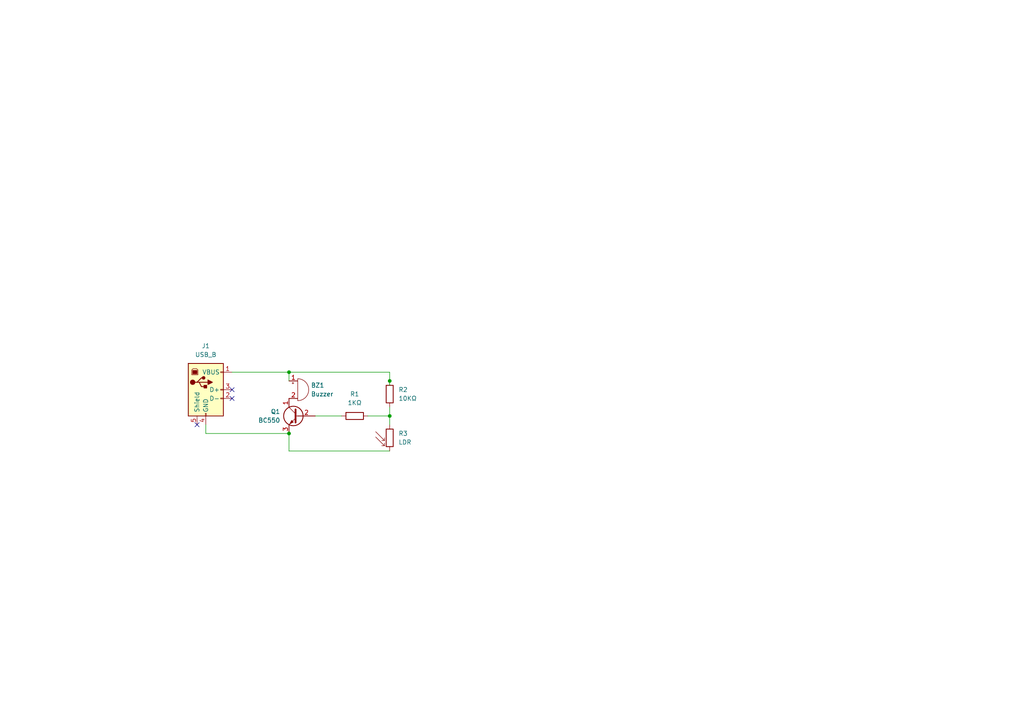
<source format=kicad_sch>
(kicad_sch (version 20211123) (generator eeschema)
  (paper "A4")
  (lib_symbols
    (symbol "Connector:USB_B" (pin_names (offset 1.016))
      (property "Reference" "J" (at -5.08 11.43 0))
      (property "Value" "USB_B" (at -5.08 8.89 0))
      (symbol "USB_B_0_1"
        (rectangle (start -5.08 -7.62) (end 5.08 7.62) (stroke (width 0.254)) (fill (type background)))
        (circle (center -3.81 2.159) (radius 0.635) (stroke (width 0.254)) (fill (type outline)))
        (rectangle (start -3.81 5.588) (end -2.54 4.572) (fill (type outline)))
        (circle (center -0.635 3.429) (radius 0.381) (stroke (width 0.254)) (fill (type outline)))
        (rectangle (start -0.127 -7.62) (end 0.127 -6.858))
        (polyline (pts (xy -1.905 2.159) (xy 0.635 2.159)) (stroke (width 0.254)))
        (polyline (pts (xy -3.175 2.159) (xy -2.54 2.159) (xy -1.27 3.429) (xy -0.635 3.429)) (stroke (width 0.254)))
        (polyline (pts (xy -2.54 2.159) (xy -1.905 2.159) (xy -1.27 0.889) (xy 0 0.889)) (stroke (width 0.254)))
        (polyline (pts (xy 0.635 2.794) (xy 0.635 1.524) (xy 1.905 2.159) (xy 0.635 2.794)) (stroke (width 0.254)) (fill (type outline)))
        (polyline (pts (xy -4.064 4.318) (xy -2.286 4.318) (xy -2.286 5.715) (xy -2.667 6.096) (xy -3.683 6.096) (xy -4.064 5.715) (xy -4.064 4.318)))
        (rectangle (start 0.254 1.27) (end -0.508 0.508) (stroke (width 0.254)) (fill (type outline)))
        (rectangle (start 5.08 -2.667) (end 4.318 -2.413))
        (rectangle (start 5.08 -0.127) (end 4.318 0.127))
        (rectangle (start 5.08 4.953) (end 4.318 5.207))
      )
      (symbol "USB_B_1_1"
        (pin power_out line (at 7.62 5.08 180) (length 2.54) (name "VBUS") (number "1"))
        (pin bidirectional line (at 7.62 -2.54 180) (length 2.54) (name "D-") (number "2"))
        (pin bidirectional line (at 7.62 0 180) (length 2.54) (name "D+") (number "3"))
        (pin power_out line (at 0 -10.16 90) (length 2.54) (name "GND") (number "4"))
        (pin passive line (at -2.54 -10.16 90) (length 2.54) (name "Shield") (number "5"))
      )
    )
    (symbol "Device:Buzzer" (pin_names (offset 0.0254) hide)
      (property "Reference" "BZ" (at 3.81 1.27 0))
      (property "Value" "Buzzer" (at 3.81 -1.27 0))
      (symbol "Buzzer_0_1"
        (arc (start 0 -3.175) (mid 3.175 0) (end 0 3.175))
        (polyline (pts (xy -1.651 1.905) (xy -1.143 1.905)))
        (polyline (pts (xy -1.397 2.159) (xy -1.397 1.651)))
        (polyline (pts (xy 0 3.175) (xy 0 -3.175)))
      )
      (symbol "Buzzer_1_1"
        (pin passive line (at -2.54 2.54 0) (length 2.54) (name "-") (number "1"))
        (pin passive line (at -2.54 -2.54 0) (length 2.54) (name "+") (number "2"))
      )
    )
    (symbol "Device:R" (pin_numbers hide) (pin_names (offset 0))
      (property "Reference" "R" (at 2.032 0 90))
      (property "Value" "R" (at 0 0 90))
      (symbol "R_0_1"
        (rectangle (start -1.016 -2.54) (end 1.016 2.54) (stroke (width 0.254)))
      )
      (symbol "R_1_1"
        (pin passive line (at 0 3.81 270) (length 1.27) (name "~") (number "1"))
        (pin passive line (at 0 -3.81 90) (length 1.27) (name "~") (number "2"))
      )
    )
    (symbol "Sensor_Optical:LDR03" (pin_numbers hide) (pin_names (offset 0))
      (property "Reference" "R" (at -5.08 0 90))
      (property "Value" "LDR03" (at 1.905 0 90))
      (symbol "LDR03_0_1"
        (rectangle (start -1.016 2.54) (end 1.016 -2.54) (stroke (width 0.254)))
        (polyline (pts (xy -1.524 -2.286) (xy -4.064 0.254)))
        (polyline (pts (xy -1.524 -2.286) (xy -2.286 -2.286)))
        (polyline (pts (xy -1.524 -2.286) (xy -1.524 -1.524)))
        (polyline (pts (xy -1.524 -0.762) (xy -4.064 1.778)))
        (polyline (pts (xy -1.524 -0.762) (xy -2.286 -0.762)))
        (polyline (pts (xy -1.524 -0.762) (xy -1.524 0)))
      )
      (symbol "LDR03_1_1"
        (pin passive line (at 0 3.81 270) (length 1.27) (name "~") (number "1"))
        (pin passive line (at 0 -3.81 90) (length 1.27) (name "~") (number "2"))
      )
    )
    (symbol "Transistor_BJT:BC550" (pin_names (offset 0) hide)
      (property "Reference" "Q" (at 5.08 1.905 0))
      (property "Value" "BC550" (at 5.08 0 0))
      (symbol "BC550_0_1"
        (polyline (pts (xy 0 0) (xy 0.635 0)))
        (polyline (pts (xy 0.635 0.635) (xy 2.54 2.54)))
        (polyline (pts (xy 0.635 -0.635) (xy 2.54 -2.54) (xy 2.54 -2.54)))
        (polyline (pts (xy 0.635 1.905) (xy 0.635 -1.905) (xy 0.635 -1.905)) (stroke (width 0.508)))
        (polyline (pts (xy 1.27 -1.778) (xy 1.778 -1.27) (xy 2.286 -2.286) (xy 1.27 -1.778) (xy 1.27 -1.778)) (fill (type outline)))
        (circle (center 1.27 0) (radius 2.8194) (stroke (width 0.254)))
      )
      (symbol "BC550_1_1"
        (pin passive line (at 2.54 5.08 270) (length 2.54) (name "C") (number "1"))
        (pin input line (at -5.08 0 0) (length 5.08) (name "B") (number "2"))
        (pin passive line (at 2.54 -5.08 90) (length 2.54) (name "E") (number "3"))
      )
    )
  )
  (junction (at 113.03 110.49))
  (junction (at 83.82 107.95))
  (junction (at 113.03 120.65))
  (junction (at 83.82 125.73))
  (no_connect (at 57.15 123.19))
  (no_connect (at 67.31 113.03))
  (no_connect (at 67.31 115.57))
  (wire (pts (xy 83.82 107.95) (xy 83.82 110.49)))
  (wire (pts (xy 91.44 120.65) (xy 99.06 120.65)))
  (wire (pts (xy 113.03 120.65) (xy 113.03 123.19)))
  (wire (pts (xy 83.82 125.73) (xy 83.82 130.81)))
  (wire (pts (xy 83.82 107.95) (xy 113.03 107.95)))
  (wire (pts (xy 113.03 107.95) (xy 113.03 110.49)))
  (wire (pts (xy 67.31 107.95) (xy 83.82 107.95)))
  (wire (pts (xy 106.68 120.65) (xy 113.03 120.65)))
  (wire (pts (xy 83.82 130.81) (xy 113.03 130.81)))
  (wire (pts (xy 83.82 125.73) (xy 59.69 125.73)))
  (wire (pts (xy 113.03 120.65) (xy 113.03 118.11)))
  (wire (pts (xy 113.03 110.49) (xy 113.03 111.76)))
  (wire (pts (xy 59.69 123.19) (xy 59.69 125.73)))
  (symbol (lib_id "Device:R") (at 113.03 114.3 0) (unit 1)
    (property "Reference" "R2" (at 115.57 113.0299 0) (effects (justify left)))
    (property "Value" "10KΩ" (at 115.57 115.5699 0) (effects (justify left)))
    (property "Footprint" "Resistor_THT:R_Axial_DIN0207_L6.3mm_D2.5mm_P10.16mm_Horizontal" (effects hide))
  )
  (symbol (lib_id "Sensor_Optical:LDR03") (at 113.03 127 0) (unit 1)
    (property "Reference" "R3" (at 115.57 125.7299 0) (effects (justify left)))
    (property "Value" "LDR" (at 115.57 128.2699 0) (effects (justify left)))
    (property "Footprint" "OptoDevice:R_LDR_12x10.8mm_P9.0mm_Vertical" (effects hide))
    (property "Datasheet" "http://www.elektronica-componenten.nl/WebRoot/StoreNL/Shops/61422969/54F1/BA0C/C664/31B9/2173/C0A8/2AB9/2AEF/LDR03IMP.pdf" (effects hide))
  )
  (symbol (lib_id "Connector:USB_B") (at 59.69 113.03 0) (unit 1)
    (property "Reference" "J1" (at 59.69 100.33 0))
    (property "Value" "USB_B" (at 59.69 102.87 0))
    (property "Footprint" "Connector_USB:USB_B_OST_USB-B1HSxx_Horizontal" (effects hide))
    (property "Datasheet" " ~" (effects hide))
  )
  (symbol (lib_id "Transistor_BJT:BC550") (at 86.36 120.65 0) (mirror y) (unit 1)
    (property "Reference" "Q1" (at 81.28 119.3799 0) (effects (justify left)))
    (property "Value" "BC550" (at 81.28 121.9199 0) (effects (justify left)))
    (property "Footprint" "Package_TO_SOT_THT:TO-92_Inline" (effects hide))
    (property "Datasheet" "https://www.onsemi.com/pub/Collateral/BC550-D.pdf" (effects hide))
  )
  (symbol (lib_id "Device:Buzzer") (at 86.36 113.03 0) (unit 1)
    (property "Reference" "BZ1" (at 90.17 111.7599 0) (effects (justify left)))
    (property "Value" "Buzzer" (at 90.17 114.2999 0) (effects (justify left)))
    (property "Footprint" "Buzzer_Beeper:Buzzer_15x7.5RM7.6" (effects hide))
  )
  (symbol (lib_id "Device:R") (at 102.87 120.65 270) (unit 1)
    (property "Reference" "R1" (at 102.87 114.3 90))
    (property "Value" "1KΩ" (at 102.87 116.84 90))
    (property "Footprint" "Resistor_THT:R_Axial_DIN0207_L6.3mm_D2.5mm_P10.16mm_Horizontal" (effects hide))
  )
)
</source>
